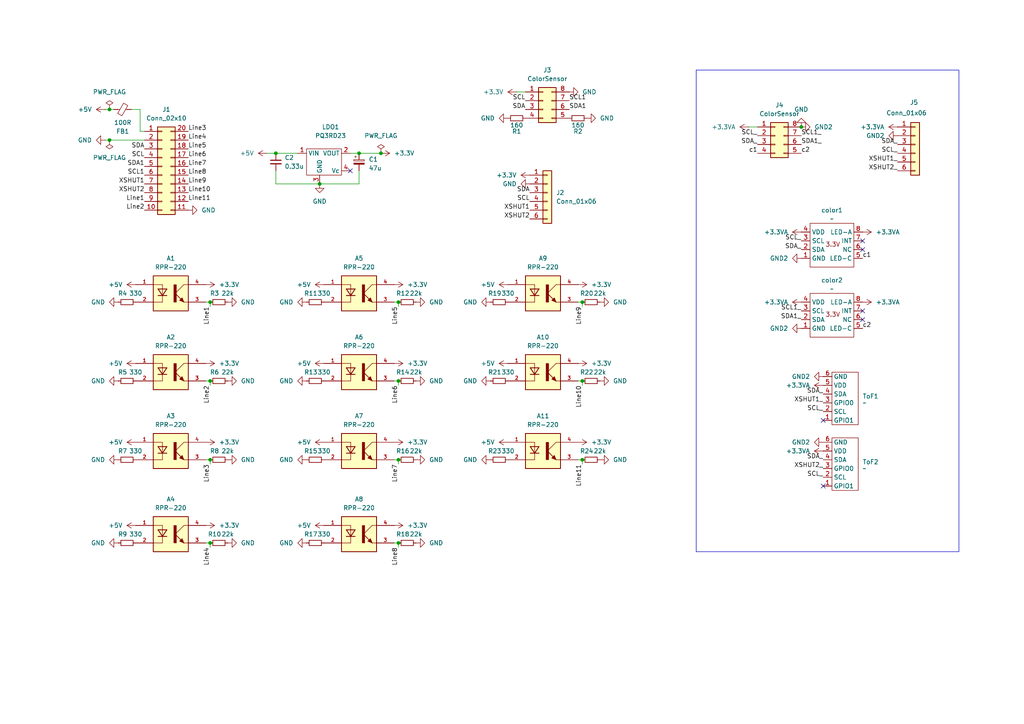
<source format=kicad_sch>
(kicad_sch (version 20231120) (generator "eeschema") (generator_version "8.0")
  (paper "A4")
  (junction (at 60.96 157.48))
  (junction (at 115.57 87.63))
  (junction (at 31.75 40.64))
  (junction (at 60.96 133.35))
  (junction (at 31.75 31.75))
  (junction (at 115.57 157.48))
  (junction (at 232.41 36.83))
  (junction (at 110.49 44.45))
  (junction (at 60.96 87.63))
  (junction (at 104.14 44.45))
  (junction (at 168.91 110.49))
  (junction (at 168.91 133.35))
  (junction (at 92.71 53.34))
  (junction (at 115.57 110.49))
  (junction (at 115.57 133.35))
  (junction (at 168.91 87.63))
  (junction (at 80.01 44.45))
  (junction (at 60.96 110.49))
  (no_connect (at 250.19 92.71))
  (no_connect (at 238.76 140.97))
  (no_connect (at 250.19 72.39))
  (no_connect (at 238.76 121.92))
  (no_connect (at 101.6 49.53))
  (no_connect (at 250.19 69.85))
  (no_connect (at 250.19 90.17))
  (wire (pts (xy 104.14 49.53) (xy 104.14 53.34)))
  (wire (pts (xy 114.3 87.63) (xy 115.57 87.63)))
  (wire (pts (xy 41.91 40.64) (xy 31.75 40.64)))
  (wire (pts (xy 167.64 87.63) (xy 168.91 87.63)))
  (wire (pts (xy 60.96 88.9) (xy 60.96 87.63)))
  (wire (pts (xy 217.17 36.83) (xy 219.71 36.83)))
  (wire (pts (xy 115.57 158.75) (xy 115.57 157.48)))
  (wire (pts (xy 114.3 157.48) (xy 115.57 157.48)))
  (wire (pts (xy 41.91 38.1) (xy 40.64 38.1)))
  (wire (pts (xy 80.01 49.53) (xy 80.01 53.34)))
  (wire (pts (xy 115.57 134.62) (xy 115.57 133.35)))
  (wire (pts (xy 40.64 31.75) (xy 38.1 31.75)))
  (wire (pts (xy 115.57 88.9) (xy 115.57 87.63)))
  (wire (pts (xy 40.64 38.1) (xy 40.64 31.75)))
  (wire (pts (xy 168.91 111.76) (xy 168.91 110.49)))
  (wire (pts (xy 77.47 44.45) (xy 80.01 44.45)))
  (wire (pts (xy 60.96 158.75) (xy 60.96 157.48)))
  (wire (pts (xy 59.69 133.35) (xy 60.96 133.35)))
  (wire (pts (xy 59.69 87.63) (xy 60.96 87.63)))
  (wire (pts (xy 114.3 133.35) (xy 115.57 133.35)))
  (wire (pts (xy 30.48 31.75) (xy 31.75 31.75)))
  (wire (pts (xy 31.75 40.64) (xy 30.48 40.64)))
  (wire (pts (xy 167.64 110.49) (xy 168.91 110.49)))
  (wire (pts (xy 149.86 26.67) (xy 152.4 26.67)))
  (wire (pts (xy 80.01 44.45) (xy 86.36 44.45)))
  (wire (pts (xy 60.96 134.62) (xy 60.96 133.35)))
  (wire (pts (xy 80.01 53.34) (xy 92.71 53.34)))
  (wire (pts (xy 168.91 134.62) (xy 168.91 133.35)))
  (wire (pts (xy 168.91 88.9) (xy 168.91 87.63)))
  (wire (pts (xy 104.14 53.34) (xy 92.71 53.34)))
  (wire (pts (xy 60.96 111.76) (xy 60.96 110.49)))
  (wire (pts (xy 59.69 110.49) (xy 60.96 110.49)))
  (wire (pts (xy 33.02 31.75) (xy 31.75 31.75)))
  (wire (pts (xy 114.3 110.49) (xy 115.57 110.49)))
  (wire (pts (xy 59.69 157.48) (xy 60.96 157.48)))
  (wire (pts (xy 115.57 111.76) (xy 115.57 110.49)))
  (wire (pts (xy 101.6 44.45) (xy 104.14 44.45)))
  (wire (pts (xy 167.64 133.35) (xy 168.91 133.35)))
  (wire (pts (xy 104.14 44.45) (xy 110.49 44.45)))
  (rectangle (start 201.93 20.32) (end 278.13 160.02))
  (label "Line10" (at 54.61 55.88 0))
  (label "c1" (at 250.19 74.93 0))
  (label "XSHUT1" (at 153.67 60.96 180))
  (label "Line5" (at 54.61 43.18 0))
  (label "XSHUT1_" (at 260.35 46.99 180))
  (label "SDA1" (at 165.1 31.75 0))
  (label "Line9" (at 54.61 53.34 0))
  (label "SCL_" (at 238.76 138.43 180))
  (label "SDA_" (at 260.35 41.91 180))
  (label "Line5" (at 115.57 88.9 270))
  (label "Line4" (at 54.61 40.64 0))
  (label "c2" (at 250.19 95.25 0))
  (label "Line2" (at 41.91 60.96 180))
  (label "SCL_" (at 232.41 69.85 180))
  (label "Line6" (at 115.57 111.76 270))
  (label "XSHUT1_" (at 238.76 116.84 180))
  (label "XSHUT2_" (at 238.76 135.89 180))
  (label "XSHUT2_" (at 260.35 49.53 180))
  (label "SCL" (at 153.67 58.42 180))
  (label "SDA1_" (at 232.41 92.71 180))
  (label "c1" (at 219.71 44.45 180))
  (label "Line9" (at 168.91 88.9 270))
  (label "c2" (at 232.41 44.45 0))
  (label "SDA1_" (at 232.41 41.91 0))
  (label "SDA_" (at 238.76 114.3 180))
  (label "SDA_" (at 232.41 72.39 180))
  (label "SCL_" (at 260.35 44.45 180))
  (label "Line11" (at 54.61 58.42 0))
  (label "SCL_" (at 219.71 39.37 180))
  (label "SCL1" (at 165.1 29.21 0))
  (label "Line11" (at 168.91 134.62 270))
  (label "Line7" (at 54.61 48.26 0))
  (label "SCL1_" (at 232.41 39.37 0))
  (label "SCL" (at 152.4 29.21 180))
  (label "Line8" (at 115.57 158.75 270))
  (label "XSHUT2" (at 153.67 63.5 180))
  (label "SDA" (at 152.4 31.75 180))
  (label "Line6" (at 54.61 45.72 0))
  (label "SCL1_" (at 232.41 90.17 180))
  (label "Line8" (at 54.61 50.8 0))
  (label "Line10" (at 168.91 111.76 270))
  (label "XSHUT1" (at 41.91 53.34 180))
  (label "SDA" (at 41.91 43.18 180))
  (label "XSHUT2" (at 41.91 55.88 180))
  (label "Line3" (at 54.61 38.1 0))
  (label "Line4" (at 60.96 158.75 270))
  (label "SCL" (at 41.91 45.72 180))
  (label "Line1" (at 60.96 88.9 270))
  (label "SDA" (at 153.67 55.88 180))
  (label "Line2" (at 60.96 111.76 270))
  (label "SCL_" (at 238.76 119.38 180))
  (label "SDA_" (at 238.76 133.35 180))
  (label "Line1" (at 41.91 58.42 180))
  (label "SCL1" (at 41.91 50.8 180))
  (label "SDA1" (at 41.91 48.26 180))
  (label "SDA_" (at 219.71 41.91 180))
  (label "Line7" (at 115.57 134.62 270))
  (label "Line3" (at 60.96 134.62 270))
  (symbol (lib_id "RPR-220:RPR-220") (at 104.14 130.81 0) (unit 1)
    (property "Reference" "A7" (at 104.14 120.65 0))
    (property "Value" "RPR-220" (at 104.14 123.19 0))
    (property "Footprint" "RPR-220:PHODET_RPR-220" (effects (hide yes)))
    (property "MF" "Rohm" (effects (hide yes)))
    (property "MAXIMUM_PACKAGE_HEIGHT" "6.5 mm" (effects (hide yes)))
    (property "Package" "Radial-4 Rohm" (effects (hide yes)))
    (property "Price" "None" (effects (hide yes)))
    (property "Check_prices" "https://www.snapeda.com/parts/RPR-220/Rohm/view-part/?ref=eda" (effects (hide yes)))
    (property "STANDARD" "IPC 7351B" (effects (hide yes)))
    (property "PARTREV" "B" (effects (hide yes)))
    (property "SnapEDA_Link" "https://www.snapeda.com/parts/RPR-220/Rohm/view-part/?ref=snap" (effects (hide yes)))
    (property "MP" "RPR-220" (effects (hide yes)))
    (property "Purchase-URL" "https://www.snapeda.com/api/url_track_click_mouser/?unipart_id=106070&manufacturer=Rohm&part_name=RPR-220&search_term=None" (effects (hide yes)))
    (property "Description_1" "\nReflective Optical Sensor 0.236 (6mm) Radial - 4 Leads\n" (effects (hide yes)))
    (property "Availability" "In Stock" (effects (hide yes)))
    (property "MANUFACTURER" "ROHM Semiconductor" (effects (hide yes)))
  )
  (symbol (lib_id "power:GND") (at 92.71 53.34 0) (unit 1)
    (property "Reference" "#PWR04" (effects (hide yes)))
    (property "Value" "GND" (at 92.71 58.42 0))
    (property "Description" "Power symbol creates a global label with name \"GND\" , ground" (effects (hide yes)))
  )
  (symbol (lib_id "power:+5V") (at 39.37 152.4 90) (unit 1)
    (property "Reference" "#PWR030" (effects (hide yes)))
    (property "Value" "+5V" (at 35.56 152.3999 90) (effects (justify left)))
    (property "Description" "Power symbol creates a global label with name \"+5V\"" (effects (hide yes)))
  )
  (symbol (lib_id "Device:R_Small") (at 63.5 133.35 90) (unit 1)
    (property "Reference" "R8" (at 62.23 130.81 90))
    (property "Value" "22k" (at 66.04 130.81 90))
    (property "Footprint" "Resistor_SMD:R_0603_1608Metric_Pad0.98x0.95mm_HandSolder" (effects (hide yes)))
    (property "Description" "Resistor, small symbol" (effects (hide yes)))
  )
  (symbol (lib_id "power:GND") (at 88.9 157.48 270) (unit 1)
    (property "Reference" "#PWR045" (effects (hide yes)))
    (property "Value" "GND" (at 85.09 157.4799 90) (effects (justify right)))
    (property "Description" "Power symbol creates a global label with name \"GND\" , ground" (effects (hide yes)))
  )
  (symbol (lib_id "power:GND") (at 30.48 40.64 270) (unit 1)
    (property "Reference" "#PWR01" (effects (hide yes)))
    (property "Value" "GND" (at 26.67 40.6401 90) (effects (justify right)))
    (property "Description" "Power symbol creates a global label with name \"GND\" , ground" (effects (hide yes)))
  )
  (symbol (lib_id "Device:R_Small") (at 36.83 87.63 90) (unit 1)
    (property "Reference" "R4" (at 35.56 85.09 90))
    (property "Value" "330" (at 39.37 85.09 90))
    (property "Footprint" "Resistor_SMD:R_0603_1608Metric_Pad0.98x0.95mm_HandSolder" (effects (hide yes)))
    (property "Description" "Resistor, small symbol" (effects (hide yes)))
  )
  (symbol (lib_id "power:+5V") (at 93.98 105.41 90) (unit 1)
    (property "Reference" "#PWR038" (effects (hide yes)))
    (property "Value" "+5V" (at 90.17 105.4099 90) (effects (justify left)))
    (property "Description" "Power symbol creates a global label with name \"+5V\"" (effects (hide yes)))
  )
  (symbol (lib_id "MyLibrary:PQ3RD23") (at 99.06 43.18 0) (unit 1)
    (property "Reference" "LDO1" (at 95.885 36.83 0))
    (property "Value" "PQ3RD23" (at 95.885 39.37 0))
    (property "Footprint" "Package_TO_SOT_THT:TO-220-4_Vertical" (effects (hide yes)))
  )
  (symbol (lib_id "ColorSensor:TCS34725") (at 241.3 71.12 0) (unit 1)
    (property "Reference" "color1" (at 241.3 60.96 0))
    (property "Value" "~" (at 241.3 63.5 0))
    (property "Footprint" "ColorSensor:TCS34725" (effects (hide yes)))
  )
  (symbol (lib_id "Device:R_Small") (at 118.11 87.63 90) (unit 1)
    (property "Reference" "R12" (at 116.84 85.09 90))
    (property "Value" "22k" (at 120.65 85.09 90))
    (property "Footprint" "Resistor_SMD:R_0603_1608Metric_Pad0.98x0.95mm_HandSolder" (effects (hide yes)))
    (property "Description" "Resistor, small symbol" (effects (hide yes)))
  )
  (symbol (lib_id "power:GND") (at 165.1 26.67 90) (unit 1)
    (property "Reference" "#PWR061" (effects (hide yes)))
    (property "Value" "GND" (at 168.91 26.6699 90) (effects (justify right)))
    (property "Description" "Power symbol creates a global label with name \"GND\" , ground" (effects (hide yes)))
  )
  (symbol (lib_id "power:+3.3VA") (at 250.19 67.31 270) (unit 1)
    (property "Reference" "#PWR064" (effects (hide yes)))
    (property "Value" "+3.3VA" (at 254 67.3099 90) (effects (justify left)))
    (property "Description" "Power symbol creates a global label with name \"+3.3VA\"" (effects (hide yes)))
  )
  (symbol (lib_id "power:+3.3V") (at 59.69 82.55 270) (unit 1)
    (property "Reference" "#PWR018" (effects (hide yes)))
    (property "Value" "+3.3V" (at 63.5 82.5499 90) (effects (justify left)))
    (property "Description" "Power symbol creates a global label with name \"+3.3V\"" (effects (hide yes)))
  )
  (symbol (lib_id "power:+3.3V") (at 167.64 105.41 270) (unit 1)
    (property "Reference" "#PWR055" (effects (hide yes)))
    (property "Value" "+3.3V" (at 171.45 105.4099 90) (effects (justify left)))
    (property "Description" "Power symbol creates a global label with name \"+3.3V\"" (effects (hide yes)))
  )
  (symbol (lib_id "power:+5V") (at 39.37 105.41 90) (unit 1)
    (property "Reference" "#PWR022" (effects (hide yes)))
    (property "Value" "+5V" (at 35.56 105.4099 90) (effects (justify left)))
    (property "Description" "Power symbol creates a global label with name \"+5V\"" (effects (hide yes)))
  )
  (symbol (lib_id "Device:R_Small") (at 36.83 133.35 90) (unit 1)
    (property "Reference" "R7" (at 35.56 130.81 90))
    (property "Value" "330" (at 39.37 130.81 90))
    (property "Footprint" "Resistor_SMD:R_0603_1608Metric_Pad0.98x0.95mm_HandSolder" (effects (hide yes)))
    (property "Description" "Resistor, small symbol" (effects (hide yes)))
  )
  (symbol (lib_id "Connector_Generic:Conn_01x06") (at 265.43 41.91 0) (unit 1)
    (property "Reference" "J5" (at 263.906 29.718 0) (effects (justify left)))
    (property "Value" "Conn_01x06" (at 257.048 32.766 0) (effects (justify left)))
    (property "Footprint" "Connector_PinHeader_2.54mm:PinHeader_2x03_P2.54mm_Vertical" (effects (hide yes)))
    (property "Description" "Generic connector, single row, 01x06, script generated (kicad-library-utils/schlib/autogen/connector/)" (effects (hide yes)))
  )
  (symbol (lib_id "power:GND2") (at 260.35 39.37 270) (unit 1)
    (property "Reference" "#PWR011" (effects (hide yes)))
    (property "Value" "GND2" (at 256.54 39.3699 90) (effects (justify right)))
    (property "Description" "Power symbol creates a global label with name \"GND2\" , ground" (effects (hide yes)))
  )
  (symbol (lib_id "Device:R_Small") (at 36.83 110.49 90) (unit 1)
    (property "Reference" "R5" (at 35.56 107.95 90))
    (property "Value" "330" (at 39.37 107.95 90))
    (property "Footprint" "Resistor_SMD:R_0603_1608Metric_Pad0.98x0.95mm_HandSolder" (effects (hide yes)))
    (property "Description" "Resistor, small symbol" (effects (hide yes)))
  )
  (symbol (lib_id "Device:R_Small") (at 171.45 133.35 90) (unit 1)
    (property "Reference" "R24" (at 170.18 130.81 90))
    (property "Value" "22k" (at 173.99 130.81 90))
    (property "Footprint" "Resistor_SMD:R_0603_1608Metric_Pad0.98x0.95mm_HandSolder" (effects (hide yes)))
    (property "Description" "Resistor, small symbol" (effects (hide yes)))
  )
  (symbol (lib_id "power:+5V") (at 147.32 128.27 90) (unit 1)
    (property "Reference" "#PWR058" (effects (hide yes)))
    (property "Value" "+5V" (at 143.51 128.2699 90) (effects (justify left)))
    (property "Description" "Power symbol creates a global label with name \"+5V\"" (effects (hide yes)))
  )
  (symbol (lib_id "power:GND") (at 66.04 110.49 90) (unit 1)
    (property "Reference" "#PWR024" (effects (hide yes)))
    (property "Value" "GND" (at 69.85 110.4899 90) (effects (justify right)))
    (property "Description" "Power symbol creates a global label with name \"GND\" , ground" (effects (hide yes)))
  )
  (symbol (lib_id "Device:R_Small") (at 118.11 157.48 90) (unit 1)
    (property "Reference" "R18" (at 116.84 154.94 90))
    (property "Value" "22k" (at 120.65 154.94 90))
    (property "Footprint" "Resistor_SMD:R_0603_1608Metric_Pad0.98x0.95mm_HandSolder" (effects (hide yes)))
    (property "Description" "Resistor, small symbol" (effects (hide yes)))
  )
  (symbol (lib_id "Device:FerriteBead_Small") (at 35.56 31.75 270) (unit 1)
    (property "Reference" "FB1" (at 35.5981 38.1 90))
    (property "Value" "100R" (at 35.5981 35.56 90))
    (property "Footprint" "Inductor_SMD:L_Walsin_WLFM201209x" (effects (hide yes)))
    (property "Description" "Ferrite bead, small symbol" (effects (hide yes)))
  )
  (symbol (lib_id "Connector_Generic:Conn_02x10_Counter_Clockwise") (at 46.99 48.26 0) (unit 1)
    (property "Reference" "J1" (at 48.26 31.75 0))
    (property "Value" "Conn_02x10" (at 48.26 34.29 0))
    (property "Footprint" "Connector_PinHeader_2.54mm:PinHeader_2x10_P2.54mm_Vertical" (effects (hide yes)))
    (property "Description" "Generic connector, double row, 02x10, counter clockwise pin numbering scheme (similar to DIP package numbering), script generated (kicad-library-utils/schlib/autogen/connector/)" (effects (hide yes)))
  )
  (symbol (lib_id "Device:R_Small") (at 118.11 133.35 90) (unit 1)
    (property "Reference" "R16" (at 116.84 130.81 90))
    (property "Value" "22k" (at 120.65 130.81 90))
    (property "Footprint" "Resistor_SMD:R_0603_1608Metric_Pad0.98x0.95mm_HandSolder" (effects (hide yes)))
    (property "Description" "Resistor, small symbol" (effects (hide yes)))
  )
  (symbol (lib_id "power:+3.3V") (at 59.69 152.4 270) (unit 1)
    (property "Reference" "#PWR031" (effects (hide yes)))
    (property "Value" "+3.3V" (at 63.5 152.3999 90) (effects (justify left)))
    (property "Description" "Power symbol creates a global label with name \"+3.3V\"" (effects (hide yes)))
  )
  (symbol (lib_id "power:GND") (at 153.67 53.34 270) (unit 1)
    (property "Reference" "#PWR016" (effects (hide yes)))
    (property "Value" "GND" (at 149.86 53.3401 90) (effects (justify right)))
    (property "Description" "Power symbol creates a global label with name \"GND\" , ground" (effects (hide yes)))
  )
  (symbol (lib_id "power:GND") (at 170.18 34.29 90) (unit 1)
    (property "Reference" "#PWR062" (effects (hide yes)))
    (property "Value" "GND" (at 173.99 34.2899 90) (effects (justify right)))
    (property "Description" "Power symbol creates a global label with name \"GND\" , ground" (effects (hide yes)))
  )
  (symbol (lib_id "power:GND") (at 88.9 133.35 270) (unit 1)
    (property "Reference" "#PWR041" (effects (hide yes)))
    (property "Value" "GND" (at 85.09 133.3499 90) (effects (justify right)))
    (property "Description" "Power symbol creates a global label with name \"GND\" , ground" (effects (hide yes)))
  )
  (symbol (lib_id "Device:R_Small") (at 36.83 157.48 90) (unit 1)
    (property "Reference" "R9" (at 35.56 154.94 90))
    (property "Value" "330" (at 39.37 154.94 90))
    (property "Footprint" "Resistor_SMD:R_0603_1608Metric_Pad0.98x0.95mm_HandSolder" (effects (hide yes)))
    (property "Description" "Resistor, small symbol" (effects (hide yes)))
  )
  (symbol (lib_id "power:PWR_FLAG") (at 31.75 31.75 0) (unit 1)
    (property "Reference" "#FLG01" (effects (hide yes)))
    (property "Value" "PWR_FLAG" (at 31.75 26.67 0))
    (property "Description" "Special symbol for telling ERC where power comes from" (effects (hide yes)))
  )
  (symbol (lib_id "power:GND") (at 66.04 87.63 90) (unit 1)
    (property "Reference" "#PWR019" (effects (hide yes)))
    (property "Value" "GND" (at 69.85 87.6299 90) (effects (justify right)))
    (property "Description" "Power symbol creates a global label with name \"GND\" , ground" (effects (hide yes)))
  )
  (symbol (lib_id "power:GND") (at 54.61 60.96 90) (unit 1)
    (property "Reference" "#PWR06" (effects (hide yes)))
    (property "Value" "GND" (at 58.42 60.9599 90) (effects (justify right)))
    (property "Description" "Power symbol creates a global label with name \"GND\" , ground" (effects (hide yes)))
  )
  (symbol (lib_id "power:GND") (at 173.99 110.49 90) (unit 1)
    (property "Reference" "#PWR056" (effects (hide yes)))
    (property "Value" "GND" (at 177.8 110.4899 90) (effects (justify right)))
    (property "Description" "Power symbol creates a global label with name \"GND\" , ground" (effects (hide yes)))
  )
  (symbol (lib_id "power:+3.3V") (at 114.3 128.27 270) (unit 1)
    (property "Reference" "#PWR043" (effects (hide yes)))
    (property "Value" "+3.3V" (at 118.11 128.2699 90) (effects (justify left)))
    (property "Description" "Power symbol creates a global label with name \"+3.3V\"" (effects (hide yes)))
  )
  (symbol (lib_id "RPR-220:RPR-220") (at 157.48 130.81 0) (unit 1)
    (property "Reference" "A11" (at 157.48 120.65 0))
    (property "Value" "RPR-220" (at 157.48 123.19 0))
    (property "Footprint" "RPR-220:PHODET_RPR-220" (effects (hide yes)))
    (property "MF" "Rohm" (effects (hide yes)))
    (property "MAXIMUM_PACKAGE_HEIGHT" "6.5 mm" (effects (hide yes)))
    (property "Package" "Radial-4 Rohm" (effects (hide yes)))
    (property "Price" "None" (effects (hide yes)))
    (property "Check_prices" "https://www.snapeda.com/parts/RPR-220/Rohm/view-part/?ref=eda" (effects (hide yes)))
    (property "STANDARD" "IPC 7351B" (effects (hide yes)))
    (property "PARTREV" "B" (effects (hide yes)))
    (property "SnapEDA_Link" "https://www.snapeda.com/parts/RPR-220/Rohm/view-part/?ref=snap" (effects (hide yes)))
    (property "MP" "RPR-220" (effects (hide yes)))
    (property "Purchase-URL" "https://www.snapeda.com/api/url_track_click_mouser/?unipart_id=106070&manufacturer=Rohm&part_name=RPR-220&search_term=None" (effects (hide yes)))
    (property "Description_1" "\nReflective Optical Sensor 0.236 (6mm) Radial - 4 Leads\n" (effects (hide yes)))
    (property "Availability" "In Stock" (effects (hide yes)))
    (property "MANUFACTURER" "ROHM Semiconductor" (effects (hide yes)))
  )
  (symbol (lib_name "VL6180X_1") (lib_id "ToF0:VL6180X") (at 241.3 109.22 0) (unit 1)
    (property "Reference" "ToF1" (at 250.19 114.9349 0) (effects (justify left)))
    (property "Value" "~" (at 250.19 116.84 0) (effects (justify left)))
    (property "Footprint" "ToF:VL6180X" (effects (hide yes)))
  )
  (symbol (lib_id "Connector_Generic:Conn_02x04_Counter_Clockwise") (at 157.48 29.21 0) (unit 1)
    (property "Reference" "J3" (at 158.75 20.32 0))
    (property "Value" "ColorSensor" (at 158.75 22.86 0))
    (property "Footprint" "Connector_PinSocket_2.54mm:PinSocket_2x04_P2.54mm_Vertical" (effects (hide yes)))
    (property "Description" "Generic connector, double row, 02x04, counter clockwise pin numbering scheme (similar to DIP package numbering), script generated (kicad-library-utils/schlib/autogen/connector/)" (effects (hide yes)))
  )
  (symbol (lib_id "Device:R_Small") (at 63.5 157.48 90) (unit 1)
    (property "Reference" "R10" (at 62.23 154.94 90))
    (property "Value" "22k" (at 66.04 154.94 90))
    (property "Footprint" "Resistor_SMD:R_0603_1608Metric_Pad0.98x0.95mm_HandSolder" (effects (hide yes)))
    (property "Description" "Resistor, small symbol" (effects (hide yes)))
  )
  (symbol (lib_id "power:+3.3VA") (at 238.76 111.76 90) (unit 1)
    (property "Reference" "#PWR071" (effects (hide yes)))
    (property "Value" "+3.3VA" (at 234.95 111.7599 90) (effects (justify left)))
    (property "Description" "Power symbol creates a global label with name \"+3.3VA\"" (effects (hide yes)))
  )
  (symbol (lib_id "power:+5V") (at 39.37 82.55 90) (unit 1)
    (property "Reference" "#PWR017" (effects (hide yes)))
    (property "Value" "+5V" (at 35.56 82.5499 90) (effects (justify left)))
    (property "Description" "Power symbol creates a global label with name \"+5V\"" (effects (hide yes)))
  )
  (symbol (lib_id "power:GND") (at 34.29 157.48 270) (unit 1)
    (property "Reference" "#PWR029" (effects (hide yes)))
    (property "Value" "GND" (at 30.48 157.4799 90) (effects (justify right)))
    (property "Description" "Power symbol creates a global label with name \"GND\" , ground" (effects (hide yes)))
  )
  (symbol (lib_id "RPR-220:RPR-220") (at 104.14 107.95 0) (unit 1)
    (property "Reference" "A6" (at 104.14 97.79 0))
    (property "Value" "RPR-220" (at 104.14 100.33 0))
    (property "Footprint" "RPR-220:PHODET_RPR-220" (effects (hide yes)))
    (property "MF" "Rohm" (effects (hide yes)))
    (property "MAXIMUM_PACKAGE_HEIGHT" "6.5 mm" (effects (hide yes)))
    (property "Package" "Radial-4 Rohm" (effects (hide yes)))
    (property "Price" "None" (effects (hide yes)))
    (property "Check_prices" "https://www.snapeda.com/parts/RPR-220/Rohm/view-part/?ref=eda" (effects (hide yes)))
    (property "STANDARD" "IPC 7351B" (effects (hide yes)))
    (property "PARTREV" "B" (effects (hide yes)))
    (property "SnapEDA_Link" "https://www.snapeda.com/parts/RPR-220/Rohm/view-part/?ref=snap" (effects (hide yes)))
    (property "MP" "RPR-220" (effects (hide yes)))
    (property "Purchase-URL" "https://www.snapeda.com/api/url_track_click_mouser/?unipart_id=106070&manufacturer=Rohm&part_name=RPR-220&search_term=None" (effects (hide yes)))
    (property "Description_1" "\nReflective Optical Sensor 0.236 (6mm) Radial - 4 Leads\n" (effects (hide yes)))
    (property "Availability" "In Stock" (effects (hide yes)))
    (property "MANUFACTURER" "ROHM Semiconductor" (effects (hide yes)))
  )
  (symbol (lib_id "ColorSensor:TCS34725") (at 241.3 91.44 0) (unit 1)
    (property "Reference" "color2" (at 241.3 81.28 0))
    (property "Value" "~" (at 241.3 83.82 0))
    (property "Footprint" "ColorSensor:TCS34725" (effects (hide yes)))
  )
  (symbol (lib_id "Device:R_Small") (at 144.78 133.35 90) (unit 1)
    (property "Reference" "R23" (at 143.51 130.81 90))
    (property "Value" "330" (at 147.32 130.81 90))
    (property "Footprint" "Resistor_SMD:R_0603_1608Metric_Pad0.98x0.95mm_HandSolder" (effects (hide yes)))
    (property "Description" "Resistor, small symbol" (effects (hide yes)))
  )
  (symbol (lib_id "power:+5V") (at 147.32 105.41 90) (unit 1)
    (property "Reference" "#PWR054" (effects (hide yes)))
    (property "Value" "+5V" (at 143.51 105.4099 90) (effects (justify left)))
    (property "Description" "Power symbol creates a global label with name \"+5V\"" (effects (hide yes)))
  )
  (symbol (lib_id "Device:R_Small") (at 118.11 110.49 90) (unit 1)
    (property "Reference" "R14" (at 116.84 107.95 90))
    (property "Value" "22k" (at 120.65 107.95 90))
    (property "Footprint" "Resistor_SMD:R_0603_1608Metric_Pad0.98x0.95mm_HandSolder" (effects (hide yes)))
    (property "Description" "Resistor, small symbol" (effects (hide yes)))
  )
  (symbol (lib_id "RPR-220:RPR-220") (at 49.53 154.94 0) (unit 1)
    (property "Reference" "A4" (at 49.53 144.78 0))
    (property "Value" "RPR-220" (at 49.53 147.32 0))
    (property "Footprint" "RPR-220:PHODET_RPR-220" (effects (hide yes)))
    (property "MF" "Rohm" (effects (hide yes)))
    (property "MAXIMUM_PACKAGE_HEIGHT" "6.5 mm" (effects (hide yes)))
    (property "Package" "Radial-4 Rohm" (effects (hide yes)))
    (property "Price" "None" (effects (hide yes)))
    (property "Check_prices" "https://www.snapeda.com/parts/RPR-220/Rohm/view-part/?ref=eda" (effects (hide yes)))
    (property "STANDARD" "IPC 7351B" (effects (hide yes)))
    (property "PARTREV" "B" (effects (hide yes)))
    (property "SnapEDA_Link" "https://www.snapeda.com/parts/RPR-220/Rohm/view-part/?ref=snap" (effects (hide yes)))
    (property "MP" "RPR-220" (effects (hide yes)))
    (property "Purchase-URL" "https://www.snapeda.com/api/url_track_click_mouser/?unipart_id=106070&manufacturer=Rohm&part_name=RPR-220&search_term=None" (effects (hide yes)))
    (property "Description_1" "\nReflective Optical Sensor 0.236 (6mm) Radial - 4 Leads\n" (effects (hide yes)))
    (property "Availability" "In Stock" (effects (hide yes)))
    (property "MANUFACTURER" "ROHM Semiconductor" (effects (hide yes)))
  )
  (symbol (lib_id "Device:R_Small") (at 144.78 87.63 90) (unit 1)
    (property "Reference" "R19" (at 143.51 85.09 90))
    (property "Value" "330" (at 147.32 85.09 90))
    (property "Footprint" "Resistor_SMD:R_0603_1608Metric_Pad0.98x0.95mm_HandSolder" (effects (hide yes)))
    (property "Description" "Resistor, small symbol" (effects (hide yes)))
  )
  (symbol (lib_id "Device:R_Small") (at 149.86 34.29 270) (unit 1)
    (property "Reference" "R1" (at 149.86 38.1 90))
    (property "Value" "160" (at 149.86 36.322 90))
    (property "Footprint" "Resistor_SMD:R_0603_1608Metric_Pad0.98x0.95mm_HandSolder" (effects (hide yes)))
    (property "Description" "Resistor, small symbol" (effects (hide yes)))
  )
  (symbol (lib_id "power:+3.3V") (at 59.69 105.41 270) (unit 1)
    (property "Reference" "#PWR023" (effects (hide yes)))
    (property "Value" "+3.3V" (at 63.5 105.4099 90) (effects (justify left)))
    (property "Description" "Power symbol creates a global label with name \"+3.3V\"" (effects (hide yes)))
  )
  (symbol (lib_id "power:+3.3V") (at 59.69 128.27 270) (unit 1)
    (property "Reference" "#PWR027" (effects (hide yes)))
    (property "Value" "+3.3V" (at 63.5 128.2699 90) (effects (justify left)))
    (property "Description" "Power symbol creates a global label with name \"+3.3V\"" (effects (hide yes)))
  )
  (symbol (lib_id "power:GND2") (at 238.76 109.22 270) (unit 1)
    (property "Reference" "#PWR072" (effects (hide yes)))
    (property "Value" "GND2" (at 234.95 109.2199 90) (effects (justify right)))
    (property "Description" "Power symbol creates a global label with name \"GND2\" , ground" (effects (hide yes)))
  )
  (symbol (lib_id "power:+5V") (at 93.98 82.55 90) (unit 1)
    (property "Reference" "#PWR034" (effects (hide yes)))
    (property "Value" "+5V" (at 90.17 82.5499 90) (effects (justify left)))
    (property "Description" "Power symbol creates a global label with name \"+5V\"" (effects (hide yes)))
  )
  (symbol (lib_id "RPR-220:RPR-220") (at 49.53 130.81 0) (unit 1)
    (property "Reference" "A3" (at 49.53 120.65 0))
    (property "Value" "RPR-220" (at 49.53 123.19 0))
    (property "Footprint" "RPR-220:PHODET_RPR-220" (effects (hide yes)))
    (property "MF" "Rohm" (effects (hide yes)))
    (property "MAXIMUM_PACKAGE_HEIGHT" "6.5 mm" (effects (hide yes)))
    (property "Package" "Radial-4 Rohm" (effects (hide yes)))
    (property "Price" "None" (effects (hide yes)))
    (property "Check_prices" "https://www.snapeda.com/parts/RPR-220/Rohm/view-part/?ref=eda" (effects (hide yes)))
    (property "STANDARD" "IPC 7351B" (effects (hide yes)))
    (property "PARTREV" "B" (effects (hide yes)))
    (property "SnapEDA_Link" "https://www.snapeda.com/parts/RPR-220/Rohm/view-part/?ref=snap" (effects (hide yes)))
    (property "MP" "RPR-220" (effects (hide yes)))
    (property "Purchase-URL" "https://www.snapeda.com/api/url_track_click_mouser/?unipart_id=106070&manufacturer=Rohm&part_name=RPR-220&search_term=None" (effects (hide yes)))
    (property "Description_1" "\nReflective Optical Sensor 0.236 (6mm) Radial - 4 Leads\n" (effects (hide yes)))
    (property "Availability" "In Stock" (effects (hide yes)))
    (property "MANUFACTURER" "ROHM Semiconductor" (effects (hide yes)))
  )
  (symbol (lib_id "power:+3.3V") (at 114.3 152.4 270) (unit 1)
    (property "Reference" "#PWR047" (effects (hide yes)))
    (property "Value" "+3.3V" (at 118.11 152.3999 90) (effects (justify left)))
    (property "Description" "Power symbol creates a global label with name \"+3.3V\"" (effects (hide yes)))
  )
  (symbol (lib_id "Device:R_Small") (at 63.5 110.49 90) (unit 1)
    (property "Reference" "R6" (at 62.23 107.95 90))
    (property "Value" "22k" (at 66.04 107.95 90))
    (property "Footprint" "Resistor_SMD:R_0603_1608Metric_Pad0.98x0.95mm_HandSolder" (effects (hide yes)))
    (property "Description" "Resistor, small symbol" (effects (hide yes)))
  )
  (symbol (lib_id "power:+5V") (at 93.98 152.4 90) (unit 1)
    (property "Reference" "#PWR046" (effects (hide yes)))
    (property "Value" "+5V" (at 90.17 152.3999 90) (effects (justify left)))
    (property "Description" "Power symbol creates a global label with name \"+5V\"" (effects (hide yes)))
  )
  (symbol (lib_id "power:+5V") (at 93.98 128.27 90) (unit 1)
    (property "Reference" "#PWR042" (effects (hide yes)))
    (property "Value" "+5V" (at 90.17 128.2699 90) (effects (justify left)))
    (property "Description" "Power symbol creates a global label with name \"+5V\"" (effects (hide yes)))
  )
  (symbol (lib_id "power:GND") (at 34.29 87.63 270) (unit 1)
    (property "Reference" "#PWR020" (effects (hide yes)))
    (property "Value" "GND" (at 30.48 87.6299 90) (effects (justify right)))
    (property "Description" "Power symbol creates a global label with name \"GND\" , ground" (effects (hide yes)))
  )
  (symbol (lib_id "power:GND2") (at 232.41 74.93 270) (unit 1)
    (property "Reference" "#PWR066" (effects (hide yes)))
    (property "Value" "GND2" (at 228.6 74.9299 90) (effects (justify right)))
    (property "Description" "Power symbol creates a global label with name \"GND2\" , ground" (effects (hide yes)))
  )
  (symbol (lib_id "power:GND") (at 66.04 157.48 90) (unit 1)
    (property "Reference" "#PWR032" (effects (hide yes)))
    (property "Value" "GND" (at 69.85 157.4799 90) (effects (justify right)))
    (property "Description" "Power symbol creates a global label with name \"GND\" , ground" (effects (hide yes)))
  )
  (symbol (lib_id "power:GND") (at 232.41 36.83 180) (unit 1)
    (property "Reference" "#PWR07" (effects (hide yes)))
    (property "Value" "GND" (at 232.41 31.75 0))
    (property "Description" "Power symbol creates a global label with name \"GND\" , ground" (effects (hide yes)))
  )
  (symbol (lib_id "RPR-220:RPR-220") (at 49.53 85.09 0) (unit 1)
    (property "Reference" "A1" (at 49.53 74.93 0))
    (property "Value" "RPR-220" (at 49.53 77.47 0))
    (property "Footprint" "RPR-220:PHODET_RPR-220" (effects (hide yes)))
    (property "MF" "Rohm" (effects (hide yes)))
    (property "MAXIMUM_PACKAGE_HEIGHT" "6.5 mm" (effects (hide yes)))
    (property "Package" "Radial-4 Rohm" (effects (hide yes)))
    (property "Price" "None" (effects (hide yes)))
    (property "Check_prices" "https://www.snapeda.com/parts/RPR-220/Rohm/view-part/?ref=eda" (effects (hide yes)))
    (property "STANDARD" "IPC 7351B" (effects (hide yes)))
    (property "PARTREV" "B" (effects (hide yes)))
    (property "SnapEDA_Link" "https://www.snapeda.com/parts/RPR-220/Rohm/view-part/?ref=snap" (effects (hide yes)))
    (property "MP" "RPR-220" (effects (hide yes)))
    (property "Purchase-URL" "https://www.snapeda.com/api/url_track_click_mouser/?unipart_id=106070&manufacturer=Rohm&part_name=RPR-220&search_term=None" (effects (hide yes)))
    (property "Description_1" "\nReflective Optical Sensor 0.236 (6mm) Radial - 4 Leads\n" (effects (hide yes)))
    (property "Availability" "In Stock" (effects (hide yes)))
    (property "MANUFACTURER" "ROHM Semiconductor" (effects (hide yes)))
  )
  (symbol (lib_id "power:+3.3V") (at 167.64 82.55 270) (unit 1)
    (property "Reference" "#PWR051" (effects (hide yes)))
    (property "Value" "+3.3V" (at 171.45 82.5499 90) (effects (justify left)))
    (property "Description" "Power symbol creates a global label with name \"+3.3V\"" (effects (hide yes)))
  )
  (symbol (lib_id "power:+5V") (at 147.32 82.55 90) (unit 1)
    (property "Reference" "#PWR050" (effects (hide yes)))
    (property "Value" "+5V" (at 143.51 82.5499 90) (effects (justify left)))
    (property "Description" "Power symbol creates a global label with name \"+5V\"" (effects (hide yes)))
  )
  (symbol (lib_id "Device:C_Small") (at 80.01 46.99 0) (unit 1)
    (property "Reference" "C2" (at 82.55 45.7262 0) (effects (justify left)))
    (property "Value" "0.33u" (at 82.55 48.2662 0) (effects (justify left)))
    (property "Footprint" "Capacitor_SMD:C_0603_1608Metric_Pad1.08x0.95mm_HandSolder" (effects (hide yes)))
    (property "Description" "Unpolarized capacitor, small symbol" (effects (hide yes)))
  )
  (symbol (lib_id "Device:C_Polarized_Small") (at 104.14 46.99 0) (unit 1)
    (property "Reference" "C1" (at 106.934 46.228 0) (effects (justify left)))
    (property "Value" "47u" (at 106.934 48.768 0) (effects (justify left)))
    (property "Footprint" "Capacitor_THT:CP_Radial_D5.0mm_P2.00mm" (effects (hide yes)))
    (property "Description" "Polarized capacitor, small symbol" (effects (hide yes)))
  )
  (symbol (lib_id "power:+3.3V") (at 149.86 26.67 90) (unit 1)
    (property "Reference" "#PWR09" (effects (hide yes)))
    (property "Value" "+3.3V" (at 146.05 26.6699 90) (effects (justify left)))
    (property "Description" "Power symbol creates a global label with name \"+3.3V\"" (effects (hide yes)))
  )
  (symbol (lib_id "power:GND") (at 34.29 110.49 270) (unit 1)
    (property "Reference" "#PWR021" (effects (hide yes)))
    (property "Value" "GND" (at 30.48 110.4899 90) (effects (justify right)))
    (property "Description" "Power symbol creates a global label with name \"GND\" , ground" (effects (hide yes)))
  )
  (symbol (lib_id "power:PWR_FLAG") (at 110.49 44.45 0) (unit 1)
    (property "Reference" "#FLG03" (effects (hide yes)))
    (property "Value" "PWR_FLAG" (at 110.49 39.37 0))
    (property "Description" "Special symbol for telling ERC where power comes from" (effects (hide yes)))
  )
  (symbol (lib_id "Device:R_Small") (at 91.44 133.35 90) (unit 1)
    (property "Reference" "R15" (at 90.17 130.81 90))
    (property "Value" "330" (at 93.98 130.81 90))
    (property "Footprint" "Resistor_SMD:R_0603_1608Metric_Pad0.98x0.95mm_HandSolder" (effects (hide yes)))
    (property "Description" "Resistor, small symbol" (effects (hide yes)))
  )
  (symbol (lib_id "Device:R_Small") (at 171.45 110.49 90) (unit 1)
    (property "Reference" "R22" (at 170.18 107.95 90))
    (property "Value" "22k" (at 173.99 107.95 90))
    (property "Footprint" "Resistor_SMD:R_0603_1608Metric_Pad0.98x0.95mm_HandSolder" (effects (hide yes)))
    (property "Description" "Resistor, small symbol" (effects (hide yes)))
  )
  (symbol (lib_id "power:GND2") (at 232.41 95.25 270) (unit 1)
    (property "Reference" "#PWR068" (effects (hide yes)))
    (property "Value" "GND2" (at 228.6 95.2499 90) (effects (justify right)))
    (property "Description" "Power symbol creates a global label with name \"GND2\" , ground" (effects (hide yes)))
  )
  (symbol (lib_id "power:+3.3VA") (at 250.19 87.63 270) (unit 1)
    (property "Reference" "#PWR069" (effects (hide yes)))
    (property "Value" "+3.3VA" (at 254 87.6299 90) (effects (justify left)))
    (property "Description" "Power symbol creates a global label with name \"+3.3VA\"" (effects (hide yes)))
  )
  (symbol (lib_id "RPR-220:RPR-220") (at 104.14 154.94 0) (unit 1)
    (property "Reference" "A8" (at 104.14 144.78 0))
    (property "Value" "RPR-220" (at 104.14 147.32 0))
    (property "Footprint" "RPR-220:PHODET_RPR-220" (effects (hide yes)))
    (property "MF" "Rohm" (effects (hide yes)))
    (property "MAXIMUM_PACKAGE_HEIGHT" "6.5 mm" (effects (hide yes)))
    (property "Package" "Radial-4 Rohm" (effects (hide yes)))
    (property "Price" "None" (effects (hide yes)))
    (property "Check_prices" "https://www.snapeda.com/parts/RPR-220/Rohm/view-part/?ref=eda" (effects (hide yes)))
    (property "STANDARD" "IPC 7351B" (effects (hide yes)))
    (property "PARTREV" "B" (effects (hide yes)))
    (property "SnapEDA_Link" "https://www.snapeda.com/parts/RPR-220/Rohm/view-part/?ref=snap" (effects (hide yes)))
    (property "MP" "RPR-220" (effects (hide yes)))
    (property "Purchase-URL" "https://www.snapeda.com/api/url_track_click_mouser/?unipart_id=106070&manufacturer=Rohm&part_name=RPR-220&search_term=None" (effects (hide yes)))
    (property "Description_1" "\nReflective Optical Sensor 0.236 (6mm) Radial - 4 Leads\n" (effects (hide yes)))
    (property "Availability" "In Stock" (effects (hide yes)))
    (property "MANUFACTURER" "ROHM Semiconductor" (effects (hide yes)))
  )
  (symbol (lib_id "power:+3.3VA") (at 232.41 67.31 90) (unit 1)
    (property "Reference" "#PWR015" (effects (hide yes)))
    (property "Value" "+3.3VA" (at 228.6 67.3099 90) (effects (justify left)))
    (property "Description" "Power symbol creates a global label with name \"+3.3VA\"" (effects (hide yes)))
  )
  (symbol (lib_id "power:GND") (at 147.32 34.29 270) (unit 1)
    (property "Reference" "#PWR063" (effects (hide yes)))
    (property "Value" "GND" (at 143.51 34.2899 90) (effects (justify right)))
    (property "Description" "Power symbol creates a global label with name \"GND\" , ground" (effects (hide yes)))
  )
  (symbol (lib_id "Device:R_Small") (at 91.44 110.49 90) (unit 1)
    (property "Reference" "R13" (at 90.17 107.95 90))
    (property "Value" "330" (at 93.98 107.95 90))
    (property "Footprint" "Resistor_SMD:R_0603_1608Metric_Pad0.98x0.95mm_HandSolder" (effects (hide yes)))
    (property "Description" "Resistor, small symbol" (effects (hide yes)))
  )
  (symbol (lib_id "power:GND") (at 142.24 133.35 270) (unit 1)
    (property "Reference" "#PWR057" (effects (hide yes)))
    (property "Value" "GND" (at 138.43 133.3499 90) (effects (justify right)))
    (property "Description" "Power symbol creates a global label with name \"GND\" , ground" (effects (hide yes)))
  )
  (symbol (lib_id "power:+3.3V") (at 114.3 82.55 270) (unit 1)
    (property "Reference" "#PWR035" (effects (hide yes)))
    (property "Value" "+3.3V" (at 118.11 82.5499 90) (effects (justify left)))
    (property "Description" "Power symbol creates a global label with name \"+3.3V\"" (effects (hide yes)))
  )
  (symbol (lib_id "Device:R_Small") (at 144.78 110.49 90) (unit 1)
    (property "Reference" "R21" (at 143.51 107.95 90))
    (property "Value" "330" (at 147.32 107.95 90))
    (property "Footprint" "Resistor_SMD:R_0603_1608Metric_Pad0.98x0.95mm_HandSolder" (effects (hide yes)))
    (property "Description" "Resistor, small symbol" (effects (hide yes)))
  )
  (symbol (lib_id "power:PWR_FLAG") (at 31.75 40.64 180) (unit 1)
    (property "Reference" "#FLG02" (effects (hide yes)))
    (property "Value" "PWR_FLAG" (at 31.75 45.72 0))
    (property "Description" "Special symbol for telling ERC where power comes from" (effects (hide yes)))
  )
  (symbol (lib_id "power:GND") (at 142.24 87.63 270) (unit 1)
    (property "Reference" "#PWR049" (effects (hide yes)))
    (property "Value" "GND" (at 138.43 87.6299 90) (effects (justify right)))
    (property "Description" "Power symbol creates a global label with name \"GND\" , ground" (effects (hide yes)))
  )
  (symbol (lib_id "RPR-220:RPR-220") (at 157.48 85.09 0) (unit 1)
    (property "Reference" "A9" (at 157.48 74.93 0))
    (property "Value" "RPR-220" (at 157.48 77.47 0))
    (property "Footprint" "RPR-220:PHODET_RPR-220" (effects (hide yes)))
    (property "MF" "Rohm" (effects (hide yes)))
    (property "MAXIMUM_PACKAGE_HEIGHT" "6.5 mm" (effects (hide yes)))
    (property "Package" "Radial-4 Rohm" (effects (hide yes)))
    (property "Price" "None" (effects (hide yes)))
    (property "Check_prices" "https://www.snapeda.com/parts/RPR-220/Rohm/view-part/?ref=eda" (effects (hide yes)))
    (property "STANDARD" "IPC 7351B" (effects (hide yes)))
    (property "PARTREV" "B" (effects (hide yes)))
    (property "SnapEDA_Link" "https://www.snapeda.com/parts/RPR-220/Rohm/view-part/?ref=snap" (effects (hide yes)))
    (property "MP" "RPR-220" (effects (hide yes)))
    (property "Purchase-URL" "https://www.snapeda.com/api/url_track_click_mouser/?unipart_id=106070&manufacturer=Rohm&part_name=RPR-220&search_term=None" (effects (hide yes)))
    (property "Description_1" "\nReflective Optical Sensor 0.236 (6mm) Radial - 4 Leads\n" (effects (hide yes)))
    (property "Availability" "In Stock" (effects (hide yes)))
    (property "MANUFACTURER" "ROHM Semiconductor" (effects (hide yes)))
  )
  (symbol (lib_id "power:GND") (at 66.04 133.35 90) (unit 1)
    (property "Reference" "#PWR028" (effects (hide yes)))
    (property "Value" "GND" (at 69.85 133.3499 90) (effects (justify right)))
    (property "Description" "Power symbol creates a global label with name \"GND\" , ground" (effects (hide yes)))
  )
  (symbol (lib_id "power:+3.3VA") (at 232.41 87.63 90) (unit 1)
    (property "Reference" "#PWR067" (effects (hide yes)))
    (property "Value" "+3.3VA" (at 228.6 87.6299 90) (effects (justify left)))
    (property "Description" "Power symbol creates a global label with name \"+3.3VA\"" (effects (hide yes)))
  )
  (symbol (lib_id "ToF0:VL6180X") (at 241.3 128.27 0) (unit 1)
    (property "Reference" "ToF2" (at 250.19 133.9849 0) (effects (justify left)))
    (property "Value" "~" (at 250.19 135.89 0) (effects (justify left)))
    (property "Footprint" "ToF:VL6180X" (effects (hide yes)))
  )
  (symbol (lib_id "power:+3.3VA") (at 238.76 130.81 90) (unit 1)
    (property "Reference" "#PWR074" (effects (hide yes)))
    (property "Value" "+3.3VA" (at 234.95 130.8099 90) (effects (justify left)))
    (property "Description" "Power symbol creates a global label with name \"+3.3VA\"" (effects (hide yes)))
  )
  (symbol (lib_id "power:GND") (at 88.9 87.63 270) (unit 1)
    (property "Reference" "#PWR033" (effects (hide yes)))
    (property "Value" "GND" (at 85.09 87.6299 90) (effects (justify right)))
    (property "Description" "Power symbol creates a global label with name \"GND\" , ground" (effects (hide yes)))
  )
  (symbol (lib_id "Device:R_Small") (at 63.5 87.63 90) (unit 1)
    (property "Reference" "R3" (at 62.23 85.09 90))
    (property "Value" "22k" (at 66.04 85.09 90))
    (property "Footprint" "Resistor_SMD:R_0603_1608Metric_Pad0.98x0.95mm_HandSolder" (effects (hide yes)))
    (property "Description" "Resistor, small symbol" (effects (hide yes)))
  )
  (symbol (lib_id "RPR-220:RPR-220") (at 49.53 107.95 0) (unit 1)
    (property "Reference" "A2" (at 49.53 97.79 0))
    (property "Value" "RPR-220" (at 49.53 100.33 0))
    (property "Footprint" "RPR-220:PHODET_RPR-220" (effects (hide yes)))
    (property "MF" "Rohm" (effects (hide yes)))
    (property "MAXIMUM_PACKAGE_HEIGHT" "6.5 mm" (effects (hide yes)))
    (property "Package" "Radial-4 Rohm" (effects (hide yes)))
    (property "Price" "None" (effects (hide yes)))
    (property "Check_prices" "https://www.snapeda.com/parts/RPR-220/Rohm/view-part/?ref=eda" (effects (hide yes)))
    (property "STANDARD" "IPC 7351B" (effects (hide yes)))
    (property "PARTREV" "B" (effects (hide yes)))
    (property "SnapEDA_Link" "https://www.snapeda.com/parts/RPR-220/Rohm/view-part/?ref=snap" (effects (hide yes)))
    (property "MP" "RPR-220" (effects (hide yes)))
    (property "Purchase-URL" "https://www.snapeda.com/api/url_track_click_mouser/?unipart_id=106070&manufacturer=Rohm&part_name=RPR-220&search_term=None" (effects (hide yes)))
    (property "Description_1" "\nReflective Optical Sensor 0.236 (6mm) Radial - 4 Leads\n" (effects (hide yes)))
    (property "Availability" "In Stock" (effects (hide yes)))
    (property "MANUFACTURER" "ROHM Semiconductor" (effects (hide yes)))
  )
  (symbol (lib_id "power:GND") (at 173.99 133.35 90) (unit 1)
    (property "Reference" "#PWR060" (effects (hide yes)))
    (property "Value" "GND" (at 177.8 133.3499 90) (effects (justify right)))
    (property "Description" "Power symbol creates a global label with name \"GND\" , ground" (effects (hide yes)))
  )
  (symbol (lib_id "Connector_Generic:Conn_02x04_Counter_Clockwise") (at 224.79 39.37 0) (unit 1)
    (property "Reference" "J4" (at 226.06 30.48 0))
    (property "Value" "ColorSensor" (at 226.06 33.02 0))
    (property "Footprint" "Connector_PinHeader_2.54mm:PinHeader_2x04_P2.54mm_Vertical" (effects (hide yes)))
    (property "Description" "Generic connector, double row, 02x04, counter clockwise pin numbering scheme (similar to DIP package numbering), script generated (kicad-library-utils/schlib/autogen/connector/)" (effects (hide yes)))
  )
  (symbol (lib_id "power:GND") (at 34.29 133.35 270) (unit 1)
    (property "Reference" "#PWR025" (effects (hide yes)))
    (property "Value" "GND" (at 30.48 133.3499 90) (effects (justify right)))
    (property "Description" "Power symbol creates a global label with name \"GND\" , ground" (effects (hide yes)))
  )
  (symbol (lib_id "power:GND") (at 173.99 87.63 90) (unit 1)
    (property "Reference" "#PWR052" (effects (hide yes)))
    (property "Value" "GND" (at 177.8 87.6299 90) (effects (justify right)))
    (property "Description" "Power symbol creates a global label with name \"GND\" , ground" (effects (hide yes)))
  )
  (symbol (lib_id "power:+3.3V") (at 110.49 44.45 270) (unit 1)
    (property "Reference" "#PWR05" (effects (hide yes)))
    (property "Value" "+3.3V" (at 114.3 44.4499 90) (effects (justify left)))
    (property "Description" "Power symbol creates a global label with name \"+3.3V\"" (effects (hide yes)))
  )
  (symbol (lib_id "Device:R_Small") (at 167.64 34.29 90) (unit 1)
    (property "Reference" "R2" (at 167.64 38.1 90))
    (property "Value" "160" (at 167.64 36.322 90))
    (property "Footprint" "Resistor_SMD:R_0603_1608Metric_Pad0.98x0.95mm_HandSolder" (effects (hide yes)))
    (property "Description" "Resistor, small symbol" (effects (hide yes)))
  )
  (symbol (lib_id "power:+5V") (at 30.48 31.75 90) (unit 1)
    (property "Reference" "#PWR02" (effects (hide yes)))
    (property "Value" "+5V" (at 26.67 31.7501 90) (effects (justify left)))
    (property "Description" "Power symbol creates a global label with name \"+5V\"" (effects (hide yes)))
  )
  (symbol (lib_id "power:+3.3VA") (at 217.17 36.83 90) (unit 1)
    (property "Reference" "#PWR08" (effects (hide yes)))
    (property "Value" "+3.3VA" (at 213.36 36.8299 90) (effects (justify left)))
    (property "Description" "Power symbol creates a global label with name \"+3.3VA\"" (effects (hide yes)))
  )
  (symbol (lib_id "power:GND") (at 120.65 157.48 90) (unit 1)
    (property "Reference" "#PWR048" (effects (hide yes)))
    (property "Value" "GND" (at 124.46 157.4799 90) (effects (justify right)))
    (property "Description" "Power symbol creates a global label with name \"GND\" , ground" (effects (hide yes)))
  )
  (symbol (lib_id "power:GND2") (at 238.76 128.27 270) (unit 1)
    (property "Reference" "#PWR073" (effects (hide yes)))
    (property "Value" "GND2" (at 234.95 128.2699 90) (effects (justify right)))
    (property "Description" "Power symbol creates a global label with name \"GND2\" , ground" (effects (hide yes)))
  )
  (symbol (lib_id "power:+5V") (at 77.47 44.45 90) (unit 1)
    (property "Reference" "#PWR03" (effects (hide yes)))
    (property "Value" "+5V" (at 73.66 44.4499 90) (effects (justify left)))
    (property "Description" "Power symbol creates a global label with name \"+5V\"" (effects (hide yes)))
  )
  (symbol (lib_id "power:+3.3VA") (at 260.35 36.83 90) (unit 1)
    (property "Reference" "#PWR010" (effects (hide yes)))
    (property "Value" "+3.3VA" (at 256.54 36.8299 90) (effects (justify left)))
    (property "Description" "Power symbol creates a global label with name \"+3.3VA\"" (effects (hide yes)))
  )
  (symbol (lib_id "power:+3.3V") (at 167.64 128.27 270) (unit 1)
    (property "Reference" "#PWR059" (effects (hide yes)))
    (property "Value" "+3.3V" (at 171.45 128.2699 90) (effects (justify left)))
    (property "Description" "Power symbol creates a global label with name \"+3.3V\"" (effects (hide yes)))
  )
  (symbol (lib_id "power:+3.3V") (at 114.3 105.41 270) (unit 1)
    (property "Reference" "#PWR039" (effects (hide yes)))
    (property "Value" "+3.3V" (at 118.11 105.4099 90) (effects (justify left)))
    (property "Description" "Power symbol creates a global label with name \"+3.3V\"" (effects (hide yes)))
  )
  (symbol (lib_id "power:GND") (at 120.65 133.35 90) (unit 1)
    (property "Reference" "#PWR044" (effects (hide yes)))
    (property "Value" "GND" (at 124.46 133.3499 90) (effects (justify right)))
    (property "Description" "Power symbol creates a global label with name \"GND\" , ground" (effects (hide yes)))
  )
  (symbol (lib_id "power:GND") (at 120.65 87.63 90) (unit 1)
    (property "Reference" "#PWR036" (effects (hide yes)))
    (property "Value" "GND" (at 124.46 87.6299 90) (effects (justify right)))
    (property "Description" "Power symbol creates a global label with name \"GND\" , ground" (effects (hide yes)))
  )
  (symbol (lib_id "power:GND") (at 120.65 110.49 90) (unit 1)
    (property "Reference" "#PWR040" (effects (hide yes)))
    (property "Value" "GND" (at 124.46 110.4899 90) (effects (justify right)))
    (property "Description" "Power symbol creates a global label with name \"GND\" , ground" (effects (hide yes)))
  )
  (symbol (lib_id "power:GND") (at 142.24 110.49 270) (unit 1)
    (property "Reference" "#PWR053" (effects (hide yes)))
    (property "Value" "GND" (at 138.43 110.4899 90) (effects (justify right)))
    (property "Description" "Power symbol creates a global label with name \"GND\" , ground" (effects (hide yes)))
  )
  (symbol (lib_id "power:GND2") (at 232.41 36.83 90) (unit 1)
    (property "Reference" "#PWR012" (effects (hide yes)))
    (property "Value" "GND2" (at 236.22 36.8299 90) (effects (justify right)))
    (property "Description" "Power symbol creates a global label with name \"GND2\" , ground" (effects (hide yes)))
  )
  (symbol (lib_id "RPR-220:RPR-220") (at 157.48 107.95 0) (unit 1)
    (property "Reference" "A10" (at 157.48 97.79 0))
    (property "Value" "RPR-220" (at 157.48 100.33 0))
    (property "Footprint" "RPR-220:PHODET_RPR-220" (effects (hide yes)))
    (property "MF" "Rohm" (effects (hide yes)))
    (property "MAXIMUM_PACKAGE_HEIGHT" "6.5 mm" (effects (hide yes)))
    (property "Package" "Radial-4 Rohm" (effects (hide yes)))
    (property "Price" "None" (effects (hide yes)))
    (property "Check_prices" "https://www.snapeda.com/parts/RPR-220/Rohm/view-part/?ref=eda" (effects (hide yes)))
    (property "STANDARD" "IPC 7351B" (effects (hide yes)))
    (property "PARTREV" "B" (effects (hide yes)))
    (property "SnapEDA_Link" "https://www.snapeda.com/parts/RPR-220/Rohm/view-part/?ref=snap" (effects (hide yes)))
    (property "MP" "RPR-220" (effects (hide yes)))
    (property "Purchase-URL" "https://www.snapeda.com/api/url_track_click_mouser/?unipart_id=106070&manufacturer=Rohm&part_name=RPR-220&search_term=None" (effects (hide yes)))
    (property "Description_1" "\nReflective Optical Sensor 0.236 (6mm) Radial - 4 Leads\n" (effects (hide yes)))
    (property "Availability" "In Stock" (effects (hide yes)))
    (property "MANUFACTURER" "ROHM Semiconductor" (effects (hide yes)))
  )
  (symbol (lib_id "RPR-220:RPR-220") (at 104.14 85.09 0) (unit 1)
    (property "Reference" "A5" (at 104.14 74.93 0))
    (property "Value" "RPR-220" (at 104.14 77.47 0))
    (property "Footprint" "RPR-220:PHODET_RPR-220" (effects (hide yes)))
    (property "MF" "Rohm" (effects (hide yes)))
    (property "MAXIMUM_PACKAGE_HEIGHT" "6.5 mm" (effects (hide yes)))
    (property "Package" "Radial-4 Rohm" (effects (hide yes)))
    (property "Price" "None" (effects (hide yes)))
    (property "Check_prices" "https://www.snapeda.com/parts/RPR-220/Rohm/view-part/?ref=eda" (effects (hide yes)))
    (property "STANDARD" "IPC 7351B" (effects (hide yes)))
    (property "PARTREV" "B" (effects (hide yes)))
    (property "SnapEDA_Link" "https://www.snapeda.com/parts/RPR-220/Rohm/view-part/?ref=snap" (effects (hide yes)))
    (property "MP" "RPR-220" (effects (hide yes)))
    (property "Purchase-URL" "https://www.snapeda.com/api/url_track_click_mouser/?unipart_id=106070&manufacturer=Rohm&part_name=RPR-220&search_term=None" (effects (hide yes)))
    (property "Description_1" "\nReflective Optical Sensor 0.236 (6mm) Radial - 4 Leads\n" (effects (hide yes)))
    (property "Availability" "In Stock" (effects (hide yes)))
    (property "MANUFACTURER" "ROHM Semiconductor" (effects (hide yes)))
  )
  (symbol (lib_id "power:GND") (at 88.9 110.49 270) (unit 1)
    (property "Reference" "#PWR037" (effects (hide yes)))
    (property "Value" "GND" (at 85.09 110.4899 90) (effects (justify right)))
    (property "Description" "Power symbol creates a global label with name \"GND\" , ground" (effects (hide yes)))
  )
  (symbol (lib_id "Device:R_Small") (at 171.45 87.63 90) (unit 1)
    (property "Reference" "R20" (at 170.18 85.09 90))
    (property "Value" "22k" (at 173.99 85.09 90))
    (property "Footprint" "Resistor_SMD:R_0603_1608Metric_Pad0.98x0.95mm_HandSolder" (effects (hide yes)))
    (property "Description" "Resistor, small symbol" (effects (hide yes)))
  )
  (symbol (lib_id "Connector_Generic:Conn_01x06") (at 158.75 55.88 0) (unit 1)
    (property "Reference" "J2" (at 161.29 55.8799 0) (effects (justify left)))
    (property "Value" "Conn_01x06" (at 161.29 58.4199 0) (effects (justify left)))
    (property "Footprint" "Connector_PinSocket_2.54mm:PinSocket_2x03_P2.54mm_Vertical" (effects (hide yes)))
    (property "Description" "Generic connector, single row, 01x06, script generated (kicad-library-utils/schlib/autogen/connector/)" (effects (hide yes)))
  )
  (symbol (lib_id "Device:R_Small") (at 91.44 87.63 90) (unit 1)
    (property "Reference" "R11" (at 90.17 85.09 90))
    (property "Value" "330" (at 93.98 85.09 90))
    (property "Footprint" "Resistor_SMD:R_0603_1608Metric_Pad0.98x0.95mm_HandSolder" (effects (hide yes)))
    (property "Description" "Resistor, small symbol" (effects (hide yes)))
  )
  (symbol (lib_id "power:+3.3V") (at 153.67 50.8 90) (unit 1)
    (property "Reference" "#PWR014" (effects (hide yes)))
    (property "Value" "+3.3V" (at 149.86 50.8001 90) (effects (justify left)))
    (property "Description" "Power symbol creates a global label with name \"+3.3V\"" (effects (hide yes)))
  )
  (symbol (lib_id "Device:R_Small") (at 91.44 157.48 90) (unit 1)
    (property "Reference" "R17" (at 90.17 154.94 90))
    (property "Value" "330" (at 93.98 154.94 90))
    (property "Footprint" "Resistor_SMD:R_0603_1608Metric_Pad0.98x0.95mm_HandSolder" (effects (hide yes)))
    (property "Description" "Resistor, small symbol" (effects (hide yes)))
  )
  (symbol (lib_id "power:+5V") (at 39.37 128.27 90) (unit 1)
    (property "Reference" "#PWR026" (effects (hide yes)))
    (property "Value" "+5V" (at 35.56 128.2699 90) (effects (justify left)))
    (property "Description" "Power symbol creates a global label with name \"+5V\"" (effects (hide yes)))
  )
)
</source>
